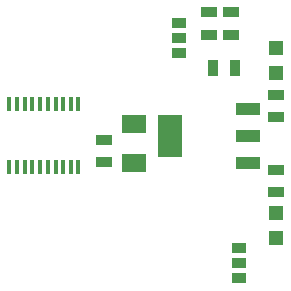
<source format=gtp>
G04 (created by PCBNEW-RS274X (2012-01-19 BZR 3256)-stable) date 1/1/2013 10:27:46 PM*
G01*
G70*
G90*
%MOIN*%
G04 Gerber Fmt 3.4, Leading zero omitted, Abs format*
%FSLAX34Y34*%
G04 APERTURE LIST*
%ADD10C,0.006000*%
%ADD11R,0.080000X0.060000*%
%ADD12R,0.047200X0.047200*%
%ADD13R,0.050000X0.038000*%
%ADD14R,0.055000X0.035000*%
%ADD15R,0.016000X0.050000*%
%ADD16R,0.080000X0.144000*%
%ADD17R,0.080000X0.040000*%
%ADD18R,0.035000X0.055000*%
G04 APERTURE END LIST*
G54D10*
G54D11*
X32500Y-26850D03*
X32500Y-28150D03*
G54D12*
X37250Y-29837D03*
X37250Y-30663D03*
X37250Y-25163D03*
X37250Y-24337D03*
G54D13*
X36000Y-31000D03*
X36000Y-31500D03*
X36000Y-32000D03*
X34000Y-23500D03*
X34000Y-24000D03*
X34000Y-24500D03*
G54D14*
X35750Y-23125D03*
X35750Y-23875D03*
X37250Y-28375D03*
X37250Y-29125D03*
X37250Y-25875D03*
X37250Y-26625D03*
G54D15*
X28350Y-28300D03*
X28600Y-28300D03*
X28860Y-28300D03*
X29120Y-28300D03*
X29370Y-28300D03*
X29630Y-28300D03*
X29890Y-28300D03*
X30140Y-28300D03*
X30400Y-28300D03*
X30650Y-28300D03*
X30650Y-26200D03*
X30400Y-26200D03*
X30140Y-26200D03*
X29890Y-26200D03*
X29630Y-26200D03*
X29370Y-26200D03*
X29120Y-26200D03*
X28860Y-26200D03*
X28600Y-26200D03*
X28350Y-26200D03*
G54D16*
X33700Y-27250D03*
G54D17*
X36300Y-27250D03*
X36300Y-26350D03*
X36300Y-28150D03*
G54D14*
X31500Y-27375D03*
X31500Y-28125D03*
X35000Y-23875D03*
X35000Y-23125D03*
G54D18*
X35125Y-25000D03*
X35875Y-25000D03*
M02*

</source>
